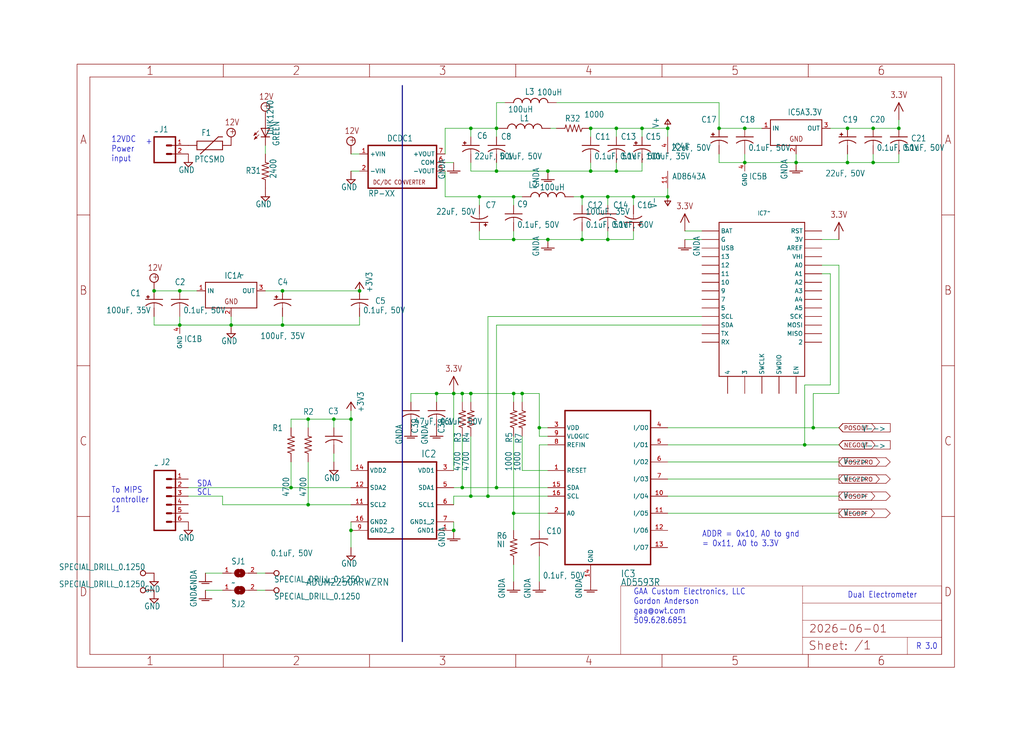
<source format=kicad_sch>
(kicad_sch (version 20231120) (generator "eeschema") (generator_version "8.0")
  (paper "User" 303.86 217.322)
  (junction (at 83.82 96.52))
  (junction (at 162.56 71.12))
  (junction (at 83.82 86.36))
  (junction (at 137.16 116.84))
  (junction (at 187.96 58.42))
  (junction (at 220.98 48.26))
  (junction (at 45.72 86.36))
  (junction (at 129.54 116.84))
  (junction (at 182.88 50.8))
  (junction (at 53.34 96.52))
  (junction (at 139.7 38.1))
  (junction (at 147.32 38.1))
  (junction (at 160.02 127))
  (junction (at 236.22 48.26))
  (junction (at 152.4 71.12))
  (junction (at 134.62 116.84))
  (junction (at 172.72 71.12))
  (junction (at 139.7 147.32))
  (junction (at 91.44 149.86))
  (junction (at 180.34 58.42))
  (junction (at 106.68 86.36))
  (junction (at 175.26 38.1))
  (junction (at 53.34 86.36))
  (junction (at 266.7 38.1))
  (junction (at 104.14 157.48))
  (junction (at 198.12 58.42))
  (junction (at 152.4 58.42))
  (junction (at 137.16 144.78))
  (junction (at 104.14 124.46))
  (junction (at 220.98 38.1))
  (junction (at 147.32 144.78))
  (junction (at 139.7 116.84))
  (junction (at 259.08 38.1))
  (junction (at 162.56 50.8))
  (junction (at 91.44 124.46))
  (junction (at 190.5 38.1))
  (junction (at 238.76 132.08))
  (junction (at 241.3 127))
  (junction (at 144.78 147.32))
  (junction (at 198.12 38.1))
  (junction (at 134.62 157.48))
  (junction (at 154.94 116.84))
  (junction (at 180.34 71.12))
  (junction (at 182.88 38.1))
  (junction (at 213.36 38.1))
  (junction (at 99.06 124.46))
  (junction (at 175.26 50.8))
  (junction (at 142.24 58.42))
  (junction (at 152.4 152.4))
  (junction (at 68.58 96.52))
  (junction (at 251.46 38.1))
  (junction (at 172.72 58.42))
  (junction (at 86.36 144.78))
  (junction (at 259.08 48.26))
  (junction (at 152.4 116.84))
  (junction (at 251.46 48.26))
  (junction (at 147.32 50.8))
  (wire (pts (xy 134.62 157.48) (xy 134.62 154.94)) (stroke (width 0.1524)))
  (wire (pts (xy 246.38 38.1) (xy 251.46 38.1)) (stroke (width 0.1524)))
  (wire (pts (xy 236.22 48.26) (xy 251.46 48.26)) (stroke (width 0.1524)))
  (wire (pts (xy 241.3 127) (xy 248.92 127)) (stroke (width 0.1524)))
  (wire (pts (xy 147.32 96.52) (xy 147.32 144.78)) (stroke (width 0.1524)))
  (wire (pts (xy 104.14 121.92) (xy 104.14 124.46)) (stroke (width 0.1524)))
  (wire (pts (xy 198.12 142.24) (xy 248.92 142.24)) (stroke (width 0.1524)))
  (wire (pts (xy 190.5 38.1) (xy 198.12 38.1)) (stroke (width 0.1524)))
  (wire (pts (xy 147.32 48.26) (xy 147.32 50.8)) (stroke (width 0.1524)))
  (wire (pts (xy 198.12 38.1) (xy 198.12 40.64)) (stroke (width 0.1524)))
  (wire (pts (xy 104.14 157.48) (xy 104.14 154.94)) (stroke (width 0.1524)))
  (wire (pts (xy 220.98 45.72) (xy 220.98 48.26)) (stroke (width 0.1524)))
  (wire (pts (xy 198.12 127) (xy 241.3 127)) (stroke (width 0.1524)))
  (wire (pts (xy 187.96 58.42) (xy 198.12 58.42)) (stroke (width 0.1524)))
  (wire (pts (xy 106.68 93.98) (xy 106.68 96.52)) (stroke (width 0.1524)))
  (wire (pts (xy 243.84 81.28) (xy 246.38 81.28)) (stroke (width 0.1524)))
  (wire (pts (xy 241.3 116.84) (xy 241.3 127)) (stroke (width 0.1524)))
  (wire (pts (xy 129.54 119.38) (xy 129.54 116.84)) (stroke (width 0.1524)))
  (wire (pts (xy 104.14 144.78) (xy 86.36 144.78)) (stroke (width 0.1524)))
  (wire (pts (xy 238.76 132.08) (xy 248.92 132.08)) (stroke (width 0.1524)))
  (wire (pts (xy 137.16 144.78) (xy 134.62 144.78)) (stroke (width 0.1524)))
  (wire (pts (xy 76.2 170.18) (xy 78.74 170.18)) (stroke (width 0.1524)))
  (wire (pts (xy 147.32 38.1) (xy 148.082 38.1)) (stroke (width 0.1524)))
  (wire (pts (xy 104.14 45.72) (xy 106.68 45.72)) (stroke (width 0.1524)))
  (wire (pts (xy 139.7 147.32) (xy 134.62 147.32)) (stroke (width 0.1524)))
  (wire (pts (xy 132.08 45.72) (xy 132.08 38.1)) (stroke (width 0.1524)))
  (wire (pts (xy 60.96 170.18) (xy 66.04 170.18)) (stroke (width 0.1524)))
  (wire (pts (xy 132.08 48.26) (xy 134.62 48.26)) (stroke (width 0.1524)))
  (wire (pts (xy 132.08 58.42) (xy 142.24 58.42)) (stroke (width 0.1524)))
  (wire (pts (xy 175.26 38.1) (xy 182.88 38.1)) (stroke (width 0.1524)))
  (wire (pts (xy 154.94 116.84) (xy 160.02 116.84)) (stroke (width 0.1524)))
  (wire (pts (xy 147.32 40.64) (xy 147.32 38.1)) (stroke (width 0.1524)))
  (wire (pts (xy 187.96 71.12) (xy 187.96 68.58)) (stroke (width 0.1524)))
  (wire (pts (xy 163.322 38.1) (xy 165.1 38.1)) (stroke (width 0.1524)))
  (wire (pts (xy 190.5 40.64) (xy 190.5 38.1)) (stroke (width 0.1524)))
  (wire (pts (xy 134.62 116.84) (xy 134.62 139.7)) (stroke (width 0.1524)))
  (wire (pts (xy 137.16 116.84) (xy 134.62 116.84)) (stroke (width 0.1524)))
  (wire (pts (xy 152.4 116.84) (xy 139.7 116.84)) (stroke (width 0.1524)))
  (wire (pts (xy 162.56 152.4) (xy 152.4 152.4)) (stroke (width 0.1524)))
  (wire (pts (xy 160.02 132.08) (xy 160.02 157.48)) (stroke (width 0.1524)))
  (wire (pts (xy 266.7 38.1) (xy 266.7 35.56)) (stroke (width 0.1524)))
  (wire (pts (xy 66.04 147.32) (xy 66.04 149.86)) (stroke (width 0.1524)))
  (wire (pts (xy 152.4 68.58) (xy 152.4 71.12)) (stroke (width 0.1524)))
  (wire (pts (xy 172.72 71.12) (xy 180.34 71.12)) (stroke (width 0.1524)))
  (wire (pts (xy 142.24 60.96) (xy 142.24 58.42)) (stroke (width 0.1524)))
  (wire (pts (xy 180.34 58.42) (xy 187.96 58.42)) (stroke (width 0.1524)))
  (wire (pts (xy 142.24 71.12) (xy 152.4 71.12)) (stroke (width 0.1524)))
  (wire (pts (xy 104.14 124.46) (xy 104.14 139.7)) (stroke (width 0.1524)))
  (wire (pts (xy 180.34 71.12) (xy 187.96 71.12)) (stroke (width 0.1524)))
  (wire (pts (xy 165.1 30.48) (xy 213.36 30.48)) (stroke (width 0.1524)))
  (wire (pts (xy 78.74 43.18) (xy 78.74 45.72)) (stroke (width 0.1524)))
  (wire (pts (xy 68.58 96.52) (xy 53.34 96.52)) (stroke (width 0.1524)))
  (wire (pts (xy 86.36 127) (xy 86.36 124.46)) (stroke (width 0.1524)))
  (wire (pts (xy 132.08 50.8) (xy 132.08 58.42)) (stroke (width 0.1524)))
  (wire (pts (xy 198.12 132.08) (xy 238.76 132.08)) (stroke (width 0.1524)))
  (wire (pts (xy 259.08 38.1) (xy 266.7 38.1)) (stroke (width 0.1524)))
  (wire (pts (xy 68.58 96.52) (xy 68.58 93.98)) (stroke (width 0.1524)))
  (wire (pts (xy 83.82 86.36) (xy 106.68 86.36)) (stroke (width 0.1524)))
  (wire (pts (xy 266.7 48.26) (xy 266.7 45.72)) (stroke (width 0.1524)))
  (wire (pts (xy 68.58 96.52) (xy 83.82 96.52)) (stroke (width 0.1524)))
  (wire (pts (xy 154.94 139.7) (xy 162.56 139.7)) (stroke (width 0.1524)))
  (wire (pts (xy 137.16 129.54) (xy 137.16 144.78)) (stroke (width 0.1524)))
  (wire (pts (xy 86.36 137.16) (xy 86.36 144.78)) (stroke (width 0.1524)))
  (wire (pts (xy 246.38 81.28) (xy 246.38 114.3)) (stroke (width 0.1524)))
  (wire (pts (xy 259.08 48.26) (xy 266.7 48.26)) (stroke (width 0.1524)))
  (wire (pts (xy 55.88 147.32) (xy 66.04 147.32)) (stroke (width 0.1524)))
  (wire (pts (xy 139.7 38.1) (xy 147.32 38.1)) (stroke (width 0.1524)))
  (wire (pts (xy 104.14 162.56) (xy 104.14 157.48)) (stroke (width 0.1524)))
  (wire (pts (xy 91.44 127) (xy 91.44 124.46)) (stroke (width 0.1524)))
  (wire (pts (xy 91.44 149.86) (xy 66.04 149.86)) (stroke (width 0.1524)))
  (wire (pts (xy 208.28 93.98) (xy 144.78 93.98)) (stroke (width 0.1524)))
  (wire (pts (xy 182.88 48.26) (xy 182.88 50.8)) (stroke (width 0.1524)))
  (wire (pts (xy 45.72 86.36) (xy 53.34 86.36)) (stroke (width 0.1524)))
  (wire (pts (xy 160.02 127) (xy 160.02 129.54)) (stroke (width 0.1524)))
  (wire (pts (xy 160.02 129.54) (xy 162.56 129.54)) (stroke (width 0.1524)))
  (wire (pts (xy 246.38 114.3) (xy 238.76 114.3)) (stroke (width 0.1524)))
  (wire (pts (xy 172.72 60.96) (xy 172.72 58.42)) (stroke (width 0.1524)))
  (wire (pts (xy 208.28 96.52) (xy 147.32 96.52)) (stroke (width 0.1524)))
  (wire (pts (xy 251.46 38.1) (xy 259.08 38.1)) (stroke (width 0.1524)))
  (wire (pts (xy 83.82 93.98) (xy 83.82 96.52)) (stroke (width 0.1524)))
  (wire (pts (xy 160.02 172.72) (xy 160.02 165.1)) (stroke (width 0.1524)))
  (wire (pts (xy 162.56 127) (xy 160.02 127)) (stroke (width 0.1524)))
  (wire (pts (xy 137.16 119.38) (xy 137.16 116.84)) (stroke (width 0.1524)))
  (wire (pts (xy 248.92 71.12) (xy 243.84 71.12)) (stroke (width 0.1524)))
  (wire (pts (xy 162.56 132.08) (xy 160.02 132.08)) (stroke (width 0.1524)))
  (wire (pts (xy 104.14 50.8) (xy 106.68 50.8)) (stroke (width 0.1524)))
  (wire (pts (xy 45.72 93.98) (xy 45.72 96.52)) (stroke (width 0.1524)))
  (wire (pts (xy 83.82 96.52) (xy 106.68 96.52)) (stroke (width 0.1524)))
  (wire (pts (xy 162.56 147.32) (xy 144.78 147.32)) (stroke (width 0.1524)))
  (wire (pts (xy 160.02 116.84) (xy 160.02 127)) (stroke (width 0.1524)))
  (wire (pts (xy 152.4 60.96) (xy 152.4 58.42)) (stroke (width 0.1524)))
  (wire (pts (xy 129.54 116.84) (xy 121.92 116.84)) (stroke (width 0.1524)))
  (wire (pts (xy 134.62 147.32) (xy 134.62 149.86)) (stroke (width 0.1524)))
  (wire (pts (xy 251.46 48.26) (xy 259.08 48.26)) (stroke (width 0.1524)))
  (wire (pts (xy 154.94 129.54) (xy 154.94 139.7)) (stroke (width 0.1524)))
  (wire (pts (xy 152.4 172.72) (xy 152.4 167.64)) (stroke (width 0.1524)))
  (wire (pts (xy 78.74 86.36) (xy 83.82 86.36)) (stroke (width 0.1524)))
  (wire (pts (xy 53.34 96.52) (xy 45.72 96.52)) (stroke (width 0.1524)))
  (wire (pts (xy 53.34 86.36) (xy 58.42 86.36)) (stroke (width 0.1524)))
  (wire (pts (xy 142.24 58.42) (xy 152.4 58.42)) (stroke (width 0.1524)))
  (wire (pts (xy 213.36 45.72) (xy 213.36 48.26)) (stroke (width 0.1524)))
  (wire (pts (xy 220.98 38.1) (xy 226.06 38.1)) (stroke (width 0.1524)))
  (wire (pts (xy 182.88 50.8) (xy 190.5 50.8)) (stroke (width 0.1524)))
  (wire (pts (xy 154.94 119.38) (xy 154.94 116.84)) (stroke (width 0.1524)))
  (wire (pts (xy 139.7 129.54) (xy 139.7 147.32)) (stroke (width 0.1524)))
  (wire (pts (xy 213.36 30.48) (xy 213.36 38.1)) (stroke (width 0.1524)))
  (wire (pts (xy 251.46 45.72) (xy 251.46 48.26)) (stroke (width 0.1524)))
  (wire (pts (xy 76.2 175.26) (xy 78.74 175.26)) (stroke (width 0.1524)))
  (wire (pts (xy 175.26 48.26) (xy 175.26 50.8)) (stroke (width 0.1524)))
  (wire (pts (xy 170.18 58.42) (xy 172.72 58.42)) (stroke (width 0.1524)))
  (wire (pts (xy 99.06 127) (xy 99.06 124.46)) (stroke (width 0.1524)))
  (wire (pts (xy 248.92 137.16) (xy 198.12 137.16)) (stroke (width 0.1524)))
  (wire (pts (xy 198.12 58.42) (xy 198.12 55.88)) (stroke (width 0.1524)))
  (wire (pts (xy 139.7 40.64) (xy 139.7 38.1)) (stroke (width 0.1524)))
  (wire (pts (xy 139.7 119.38) (xy 139.7 116.84)) (stroke (width 0.1524)))
  (wire (pts (xy 152.4 116.84) (xy 152.4 119.38)) (stroke (width 0.1524)))
  (wire (pts (xy 198.12 147.32) (xy 248.92 147.32)) (stroke (width 0.1524)))
  (wire (pts (xy 190.5 50.8) (xy 190.5 48.26)) (stroke (width 0.1524)))
  (wire (pts (xy 236.22 48.26) (xy 236.22 45.72)) (stroke (width 0.1524)))
  (wire (pts (xy 147.32 144.78) (xy 137.16 144.78)) (stroke (width 0.1524)))
  (wire (pts (xy 162.56 50.8) (xy 175.26 50.8)) (stroke (width 0.1524)))
  (wire (pts (xy 91.44 124.46) (xy 99.06 124.46)) (stroke (width 0.1524)))
  (wire (pts (xy 91.44 137.16) (xy 91.44 149.86)) (stroke (width 0.1524)))
  (wire (pts (xy 238.76 114.3) (xy 238.76 132.08)) (stroke (width 0.1524)))
  (wire (pts (xy 180.34 60.96) (xy 180.34 58.42)) (stroke (width 0.1524)))
  (wire (pts (xy 134.62 116.84) (xy 129.54 116.84)) (stroke (width 0.1524)))
  (wire (pts (xy 203.2 71.12) (xy 208.28 71.12)) (stroke (width 0.1524)))
  (wire (pts (xy 144.78 147.32) (xy 139.7 147.32)) (stroke (width 0.1524)))
  (wire (pts (xy 104.14 149.86) (xy 91.44 149.86)) (stroke (width 0.1524)))
  (wire (pts (xy 248.92 78.74) (xy 248.92 116.84)) (stroke (width 0.1524)))
  (wire (pts (xy 99.06 124.46) (xy 104.14 124.46)) (stroke (width 0.1524)))
  (wire (pts (xy 187.96 60.96) (xy 187.96 58.42)) (stroke (width 0.1524)))
  (wire (pts (xy 259.08 45.72) (xy 259.08 48.26)) (stroke (width 0.1524)))
  (wire (pts (xy 53.34 93.98) (xy 53.34 96.52)) (stroke (width 0.1524)))
  (wire (pts (xy 162.56 144.78) (xy 147.32 144.78)) (stroke (width 0.1524)))
  (wire (pts (xy 139.7 50.8) (xy 147.32 50.8)) (stroke (width 0.1524)))
  (wire (pts (xy 213.36 38.1) (xy 220.98 38.1)) (stroke (width 0.1524)))
  (wire (pts (xy 154.94 116.84) (xy 152.4 116.84)) (stroke (width 0.1524)))
  (wire (pts (xy 172.72 58.42) (xy 180.34 58.42)) (stroke (width 0.1524)))
  (wire (pts (xy 243.84 78.74) (xy 248.92 78.74)) (stroke (width 0.1524)))
  (wire (pts (xy 139.7 116.84) (xy 137.16 116.84)) (stroke (width 0.1524)))
  (wire (pts (xy 60.96 175.26) (xy 66.04 175.26)) (stroke (width 0.1524)))
  (wire (pts (xy 86.36 124.46) (xy 91.44 124.46)) (stroke (width 0.1524)))
  (wire (pts (xy 172.72 68.58) (xy 172.72 71.12)) (stroke (width 0.1524)))
  (wire (pts (xy 147.32 38.1) (xy 147.32 30.48)) (stroke (width 0.1524)))
  (wire (pts (xy 175.26 40.64) (xy 175.26 38.1)) (stroke (width 0.1524)))
  (wire (pts (xy 236.22 48.26) (xy 220.98 48.26)) (stroke (width 0.1524)))
  (wire (pts (xy 182.88 38.1) (xy 190.5 38.1)) (stroke (width 0.1524)))
  (wire (pts (xy 152.4 157.48) (xy 152.4 152.4)) (stroke (width 0.1524)))
  (wire (pts (xy 142.24 68.58) (xy 142.24 71.12)) (stroke (width 0.1524)))
  (bus (pts (xy 119.38 25.4) (xy 119.38 190.5)) (stroke (width 0.3048)))
  (wire (pts (xy 203.2 68.58) (xy 208.28 68.58)) (stroke (width 0.1524)))
  (wire (pts (xy 86.36 144.78) (xy 55.88 144.78)) (stroke (width 0.1524)))
  (wire (pts (xy 147.32 50.8) (xy 162.56 50.8)) (stroke (width 0.1524)))
  (wire (pts (xy 152.4 71.12) (xy 162.56 71.12)) (stroke (width 0.1524)))
  (wire (pts (xy 248.92 116.84) (xy 241.3 116.84)) (stroke (width 0.1524)))
  (wire (pts (xy 220.98 48.26) (xy 213.36 48.26)) (stroke (width 0.1524)))
  (wire (pts (xy 162.56 71.12) (xy 172.72 71.12)) (stroke (width 0.1524)))
  (wire (pts (xy 182.88 40.64) (xy 182.88 38.1)) (stroke (width 0.1524)))
  (wire (pts (xy 99.06 134.62) (xy 99.06 137.16)) (stroke (width 0.1524)))
  (wire (pts (xy 175.26 50.8) (xy 182.88 50.8)) (stroke (width 0.1524)))
  (wire (pts (xy 147.32 30.48) (xy 149.86 30.48)) (stroke (width 0.1524)))
  (wire (pts (xy 152.4 152.4) (xy 152.4 129.54)) (stroke (width 0.1524)))
  (wire (pts (xy 121.92 116.84) (xy 121.92 119.38)) (stroke (width 0.1524)))
  (wire (pts (xy 132.08 38.1) (xy 139.7 38.1)) (stroke (width 0.1524)))
  (wire (pts (xy 139.7 48.26) (xy 139.7 50.8)) (stroke (width 0.1524)))
  (wire (pts (xy 180.34 68.58) (xy 180.34 71.12)) (stroke (width 0.1524)))
  (wire (pts (xy 198.12 152.4) (xy 248.92 152.4)) (stroke (width 0.1524)))
  (wire (pts (xy 144.78 93.98) (xy 144.78 147.32)) (stroke (width 0.1524)))
  (wire (pts (xy 152.4 58.42) (xy 154.94 58.42)) (stroke (width 0.1524)))
  (text "R 3.0" (at 271.78 193.04 0) (effects (font (size 1.778 1.5113)) (justify left bottom)))
  (text "SDA" (at 58.42 144.78 0) (effects (font (size 1.778 1.5113)) (justify left bottom)))
  (text "To MIPS\ncontroller\nJ1" (at 33.02 152.4 0) (effects (font (size 1.778 1.5113)) (justify left bottom)))
  (text "SCL" (at 58.42 147.32 0) (effects (font (size 1.778 1.5113)) (justify left bottom)))
  (text "12VDC\nPower\ninput" (at 33.02 48.26 0) (effects (font (size 1.778 1.5113)) (justify left bottom)))
  (text "+" (at 43.18 43.18 0) (effects (font (size 1.778 1.5113)) (justify left bottom)))
  (text "GAA Custom Electronics, LLC\nGordon Anderson\ngaa@owt.com\n509.628.6851" (at 187.96 185.42 0) (effects (font (size 1.778 1.5113)) (justify left bottom)))
  (text "Dual Electrometer" (at 251.46 177.8 0) (effects (font (size 1.778 1.5113)) (justify left bottom)))
  (text "ADDR = 0x10, A0 to gnd\n= 0x11, A0 to 3.3V" (at 208.28 162.56 0) (effects (font (size 1.778 1.5113)) (justify left bottom)))
  (global_label "POSOFF" (shape bidirectional) (at 248.92 147.32 0) (effects (font (size 1.2446 1.2446))) (property "Intersheetrefs" "${INTERSHEET_REFS}" (effects (hide yes))))
  (global_label "NEGOUT" (shape bidirectional) (at 248.92 132.08 0) (effects (font (size 1.2446 1.2446))) (property "Intersheetrefs" "${INTERSHEET_REFS}" (effects (hide yes))))
  (global_label "POSOUT" (shape bidirectional) (at 248.92 127 0) (effects (font (size 1.2446 1.2446))) (property "Intersheetrefs" "${INTERSHEET_REFS}" (effects (hide yes))))
  (global_label "NEGZERO" (shape bidirectional) (at 248.92 142.24 0) (effects (font (size 1.2446 1.2446))) (property "Intersheetrefs" "${INTERSHEET_REFS}" (effects (hide yes))))
  (global_label "NEGOFF" (shape bidirectional) (at 248.92 152.4 0) (effects (font (size 1.2446 1.2446))) (property "Intersheetrefs" "${INTERSHEET_REFS}" (effects (hide yes))))
  (global_label "POSZERO" (shape bidirectional) (at 248.92 137.16 0) (effects (font (size 1.2446 1.2446))) (property "Intersheetrefs" "${INTERSHEET_REFS}" (effects (hide yes))))
  (symbol (lib_id "OpenDMS_DualElectrometer_lib:12V") (at 68.58 43.18 0) (unit 1)
    (property "Reference" "#SUPPLY020" (effects (hide yes)))
    (property "Value" "12V" (effects (hide yes)))
  )
  (symbol (lib_id "OpenDMS_DualElectrometer_lib:GNDA") (at 134.62 50.8 0) (unit 1)
    (property "Reference" "#GND023" (effects (hide yes)))
    (property "Value" "GNDA" (at 132.08 53.34 90) (effects (font (size 1.778 1.5113)) (justify left bottom)))
  )
  (symbol (lib_id "OpenDMS_DualElectrometer_lib:SPECIAL_DRILL_0.1250") (at 81.28 175.26 0) (unit 1)
    (property "Reference" "H4" (effects (hide yes)))
    (property "Value" "SPECIAL_DRILL_0.1250" (at 81.28 178.054 0) (effects (font (size 1.778 1.5113)) (justify left bottom)))
    (property "Footprint" "OpenDMS_Electrometer:PAD_0.1250" (effects (hide yes)))
  )
  (symbol (lib_id "OpenDMS_DualElectrometer_lib:GND") (at 99.06 139.7 0) (mirror y) (unit 1)
    (property "Reference" "#SUPPLY023" (effects (hide yes)))
    (property "Value" "GND" (at 100.965 142.875 0) (effects (font (size 1.778 1.5113)) (justify left bottom)))
  )
  (symbol (lib_id "OpenDMS_DualElectrometer_lib:rcl_C-USC0805") (at 172.72 63.5 0) (unit 1)
    (property "Reference" "C12" (at 174.244 61.849 0) (effects (font (size 1.778 1.5113)) (justify left bottom)))
    (property "Value" "0.1uF, 50V" (at 173.736 67.691 0) (effects (font (size 1.778 1.5113)) (justify left bottom)))
    (property "Footprint" "OpenDMS_Electrometer:C0805" (effects (hide yes)))
  )
  (symbol (lib_id "OpenDMS_DualElectrometer_lib:SJ") (at 71.12 170.18 0) (unit 1)
    (property "Reference" "SJ1" (at 68.58 167.64 0) (effects (font (size 1.778 1.5113)) (justify left bottom)))
    (property "Value" "~" (at 68.58 173.99 0) (effects (font (size 1.778 1.5113)) (justify left bottom)))
    (property "Footprint" "OpenDMS_Electrometer:SJ_252" (effects (hide yes)))
  )
  (symbol (lib_id "OpenDMS_DualElectrometer_lib:SPARKFUN_M02POLAR") (at 48.26 43.18 0) (mirror x) (unit 1)
    (property "Reference" "J1" (at 50.038 39.37 0) (effects (font (size 1.778 1.5113)) (justify right top)))
    (property "Value" "~" (at 45.72 38.1 0) (effects (font (size 1.778 1.5113)) (justify left bottom)))
    (property "Footprint" "OpenDMS_Electrometer:SPARKFUN_MOLEX-1X2" (effects (hide yes)))
  )
  (symbol (lib_id "OpenDMS_DualElectrometer_lib:L-USL3216C") (at 155.702 38.1 90) (unit 1)
    (property "Reference" "L1" (at 154.178 36.068 90) (effects (font (size 1.778 1.5113)) (justify right top)))
    (property "Value" "100uH" (at 158.242 31.496 90) (effects (font (size 1.778 1.5113)) (justify left bottom)))
    (property "Footprint" "OpenDMS_Electrometer:L3216C" (effects (hide yes)))
  )
  (symbol (lib_id "OpenDMS_DualElectrometer_lib:12V") (at 45.72 86.36 0) (unit 1)
    (property "Reference" "#SUPPLY021" (effects (hide yes)))
    (property "Value" "12V" (effects (hide yes)))
  )
  (symbol (lib_id "OpenDMS_DualElectrometer_lib:SJ") (at 71.12 175.26 0) (unit 1)
    (property "Reference" "SJ2" (at 68.58 180.34 0) (effects (font (size 1.778 1.5113)) (justify left bottom)))
    (property "Value" "~" (at 68.58 179.07 0) (effects (font (size 1.778 1.5113)) (justify left bottom)))
    (property "Footprint" "OpenDMS_Electrometer:SJ_252" (effects (hide yes)))
  )
  (symbol (lib_id "OpenDMS_DualElectrometer_lib:L-USL3216C") (at 157.48 30.48 90) (unit 1)
    (property "Reference" "L3" (at 155.702 28.194 90) (effects (font (size 1.778 1.5113)) (justify right top)))
    (property "Value" "100uH" (at 166.878 26.416 90) (effects (font (size 1.778 1.5113)) (justify left bottom)))
    (property "Footprint" "OpenDMS_Electrometer:L3216C" (effects (hide yes)))
  )
  (symbol (lib_id "OpenDMS_DualElectrometer_lib:GND") (at 45.72 177.8 0) (mirror y) (unit 1)
    (property "Reference" "#SUPPLY030" (effects (hide yes)))
    (property "Value" "GND" (at 47.625 180.975 0) (effects (font (size 1.778 1.5113)) (justify left bottom)))
  )
  (symbol (lib_id "OpenDMS_DualElectrometer_lib:rcl_C-USC1206") (at 53.34 88.9 0) (unit 1)
    (property "Reference" "C2" (at 51.816 84.709 0) (effects (font (size 1.778 1.5113)) (justify left bottom)))
    (property "Value" "0.1uF, 50V" (at 54.356 93.091 0) (effects (font (size 1.778 1.5113)) (justify left bottom)))
    (property "Footprint" "OpenDMS_Electrometer:C1206" (effects (hide yes)))
  )
  (symbol (lib_id "OpenDMS_DualElectrometer_lib:V--{gt}") (at 248.92 142.24 0) (unit 1)
    (property "Reference" "#SUPPLY16" (effects (hide yes)))
    (property "Value" "V--{gt}" (at 250.19 143.002 0) (effects (font (size 1.778 1.5113)) (justify left bottom)))
  )
  (symbol (lib_id "OpenDMS_DualElectrometer_lib:rcl_C-USC0805") (at 175.26 43.18 0) (unit 1)
    (property "Reference" "C11" (at 176.53 41.529 0) (effects (font (size 1.778 1.5113)) (justify left bottom)))
    (property "Value" "0.1uF, 50V" (at 176.276 47.371 0) (effects (font (size 1.778 1.5113)) (justify left bottom)))
    (property "Footprint" "OpenDMS_Electrometer:C0805" (effects (hide yes)))
  )
  (symbol (lib_id "OpenDMS_DualElectrometer_lib:LT1129CST5") (at 68.58 88.9 0) (unit 1)
    (property "Reference" "IC1" (at 66.548 82.804 0) (effects (font (size 1.778 1.5113)) (justify left bottom)))
    (property "Value" "~" (at 71.12 82.55 0) (effects (font (size 1.778 1.5113)) (justify left bottom)))
    (property "Footprint" "OpenDMS_Electrometer:SOT223" (effects (hide yes)))
  )
  (symbol (lib_id "OpenDMS_DualElectrometer_lib:GNDA") (at 162.56 73.66 0) (unit 1)
    (property "Reference" "#GND022" (effects (hide yes)))
    (property "Value" "GNDA" (at 160.02 76.2 90) (effects (font (size 1.778 1.5113)) (justify left bottom)))
  )
  (symbol (lib_id "OpenDMS_DualElectrometer_lib:V--{gt}") (at 248.92 147.32 0) (unit 1)
    (property "Reference" "#SUPPLY17" (effects (hide yes)))
    (property "Value" "V--{gt}" (at 250.19 148.082 0) (effects (font (size 1.778 1.5113)) (justify left bottom)))
  )
  (symbol (lib_id "OpenDMS_DualElectrometer_lib:GAAextensions_CPOL-US153CLV-0605") (at 142.24 66.04 180) (unit 1)
    (property "Reference" "C7" (at 144.018 61.849 0) (effects (font (size 1.778 1.5113)) (justify right top)))
    (property "Value" "22uF, 50V" (at 141.224 61.849 0) (effects (font (size 1.778 1.5113)) (justify left bottom)))
    (property "Footprint" "OpenDMS_Electrometer:153CLV-0605" (effects (hide yes)))
  )
  (symbol (lib_id "OpenDMS_DualElectrometer_lib:GNDA") (at 236.22 50.8 0) (unit 1)
    (property "Reference" "#GND018" (effects (hide yes)))
    (property "Value" "GNDA" (at 233.68 53.34 90) (effects (font (size 1.778 1.5113)) (justify left bottom)))
  )
  (symbol (lib_id "OpenDMS_DualElectrometer_lib:AD5593R") (at 180.34 144.78 0) (unit 1)
    (property "Reference" "IC3" (at 184.15 171.45 0) (effects (font (size 2.032 1.7272)) (justify left bottom)))
    (property "Value" "AD5593R" (at 184.15 173.99 0) (effects (font (size 2.032 1.7272)) (justify left bottom)))
    (property "Footprint" "OpenDMS_Electrometer:TSSOP16" (effects (hide yes)))
  )
  (symbol (lib_id "OpenDMS_DualElectrometer_lib:GNDA") (at 129.54 129.54 0) (unit 1)
    (property "Reference" "#GND032" (effects (hide yes)))
    (property "Value" "GNDA" (at 127 132.08 90) (effects (font (size 1.778 1.5113)) (justify left bottom)))
  )
  (symbol (lib_id "OpenDMS_DualElectrometer_lib:R-US_R1206") (at 137.16 124.46 90) (unit 1)
    (property "Reference" "R3" (at 134.8486 128.27 0) (effects (font (size 1.778 1.5113)) (justify right top)))
    (property "Value" "4700" (at 136.652 139.954 0) (effects (font (size 1.778 1.5113)) (justify left bottom)))
    (property "Footprint" "OpenDMS_Electrometer:R1206" (effects (hide yes)))
  )
  (symbol (lib_id "OpenDMS_DualElectrometer_lib:V--{gt}") (at 264.16 132.08 180) (unit 1)
    (property "Reference" "#SUPPLY14" (effects (hide yes)))
    (property "Value" "V--{gt}" (at 262.89 131.318 0) (effects (font (size 1.778 1.5113)) (justify left bottom)))
  )
  (symbol (lib_id "OpenDMS_DualElectrometer_lib:3.3V") (at 266.7 35.56 0) (unit 1)
    (property "Reference" "#SUPPLY09" (effects (hide yes)))
    (property "Value" "3.3V" (effects (hide yes)))
  )
  (symbol (lib_id "OpenDMS_DualElectrometer_lib:LT1129CST5") (at 220.98 50.8 180) (unit 2)
    (property "Reference" "IC5" (at 222.25 53.34 0) (effects (font (size 1.778 1.5113)) (justify right top)))
    (property "Value" "3.3V" (effects (hide yes)))
    (property "Footprint" "OpenDMS_Electrometer:SOT223" (effects (hide yes)))
  )
  (symbol (lib_id "OpenDMS_DualElectrometer_lib:rcl_C-USC1206") (at 99.06 129.54 0) (unit 1)
    (property "Reference" "C3" (at 97.282 123.063 0) (effects (font (size 1.778 1.5113)) (justify left bottom)))
    (property "Value" "0.1uF, 50V" (at 80.264 165.227 0) (effects (font (size 1.778 1.5113)) (justify left bottom)))
    (property "Footprint" "OpenDMS_Electrometer:C1206" (effects (hide yes)))
  )
  (symbol (lib_id "OpenDMS_DualElectrometer_lib:rcl_C-USC1206") (at 220.98 40.64 0) (unit 1)
    (property "Reference" "C18" (at 219.456 36.449 0) (effects (font (size 1.778 1.5113)) (justify left bottom)))
    (property "Value" "0.1uF, 50V" (at 221.996 44.831 0) (effects (font (size 1.778 1.5113)) (justify left bottom)))
    (property "Footprint" "OpenDMS_Electrometer:C1206" (effects (hide yes)))
  )
  (symbol (lib_id "OpenDMS_DualElectrometer_lib:R-US_R1206") (at 152.4 162.56 90) (unit 1)
    (property "Reference" "R6" (at 147.32 160.0454 90) (effects (font (size 1.778 1.5113)) (justify right top)))
    (property "Value" "NI" (at 147.32 162.56 90) (effects (font (size 1.778 1.5113)) (justify right top)))
    (property "Footprint" "OpenDMS_Electrometer:R1206" (effects (hide yes)))
  )
  (symbol (lib_id "OpenDMS_DualElectrometer_lib:rcl_C-USC1206") (at 106.68 88.9 0) (unit 1)
    (property "Reference" "C5" (at 111.252 90.297 0) (effects (font (size 1.778 1.5113)) (justify left bottom)))
    (property "Value" "0.1uF, 50V" (at 107.696 93.091 0) (effects (font (size 1.778 1.5113)) (justify left bottom)))
    (property "Footprint" "OpenDMS_Electrometer:C1206" (effects (hide yes)))
  )
  (symbol (lib_id "OpenDMS_DualElectrometer_lib:A4L-LOC") (at 22.86 198.12 0) (unit 1)
    (property "Reference" "#FRAME2" (effects (hide yes)))
    (property "Value" "A4L-LOC" (effects (hide yes)))
  )
  (symbol (lib_id "OpenDMS_DualElectrometer_lib:R-US_R0805") (at 78.74 50.8 90) (unit 1)
    (property "Reference" "R31" (at 72.8472 51.6382 90) (effects (font (size 1.778 1.5113)) (justify right top)))
    (property "Value" "2400" (at 82.042 53.086 0) (effects (font (size 1.778 1.5113)) (justify left bottom)))
    (property "Footprint" "OpenDMS_Electrometer:R0805" (effects (hide yes)))
  )
  (symbol (lib_id "OpenDMS_DualElectrometer_lib:GAAextensions_CPOL-US153CLV-0605") (at 190.5 43.18 0) (unit 1)
    (property "Reference" "C15" (at 191.516 41.529 0) (effects (font (size 1.778 1.5113)) (justify left bottom)))
    (property "Value" "100uF, 35V" (at 191.516 47.371 0) (effects (font (size 1.778 1.5113)) (justify left bottom)))
    (property "Footprint" "OpenDMS_Electrometer:153CLV-0605" (effects (hide yes)))
  )
  (symbol (lib_id "OpenDMS_DualElectrometer_lib:V--{gt}") (at 248.92 137.16 0) (unit 1)
    (property "Reference" "#SUPPLY15" (effects (hide yes)))
    (property "Value" "V--{gt}" (at 250.19 137.922 0) (effects (font (size 1.778 1.5113)) (justify left bottom)))
  )
  (symbol (lib_id "OpenDMS_DualElectrometer_lib:R-US_R1206") (at 154.94 124.46 270) (unit 1)
    (property "Reference" "R7" (at 152.8826 128.524 0) (effects (font (size 1.778 1.5113)) (justify left bottom)))
    (property "Value" "1000" (at 151.892 139.954 0) (effects (font (size 1.778 1.5113)) (justify right top)))
    (property "Footprint" "OpenDMS_Electrometer:R1206" (effects (hide yes)))
  )
  (symbol (lib_id "OpenDMS_DualElectrometer_lib:CPOL-US153CLV-0605") (at 251.46 40.64 0) (unit 1)
    (property "Reference" "C19" (at 249.936 36.449 0) (effects (font (size 1.778 1.5113)) (justify left bottom)))
    (property "Value" "22uF, 50V" (at 244.856 52.451 0) (effects (font (size 1.778 1.5113)) (justify left bottom)))
    (property "Footprint" "OpenDMS_Electrometer:153CLV-0605" (effects (hide yes)))
  )
  (symbol (lib_id "OpenDMS_DualElectrometer_lib:rcl_C-USC1206") (at 160.02 160.02 0) (unit 1)
    (property "Reference" "C10" (at 162.052 158.623 0) (effects (font (size 1.778 1.5113)) (justify left bottom)))
    (property "Value" "0.1uF, 50V" (at 161.036 171.831 0) (effects (font (size 1.778 1.5113)) (justify left bottom)))
    (property "Footprint" "OpenDMS_Electrometer:C1206" (effects (hide yes)))
  )
  (symbol (lib_id "OpenDMS_DualElectrometer_lib:12V") (at 104.14 45.72 0) (unit 1)
    (property "Reference" "#SUPPLY011" (effects (hide yes)))
    (property "Value" "12V" (effects (hide yes)))
  )
  (symbol (lib_id "OpenDMS_DualElectrometer_lib:rcl_C-USC1206") (at 266.7 40.64 0) (unit 1)
    (property "Reference" "C21" (at 270.256 42.037 0) (effects (font (size 1.778 1.5113)) (justify left bottom)))
    (property "Value" "0.1uF, 50V" (at 267.716 44.831 0) (effects (font (size 1.778 1.5113)) (justify left bottom)))
    (property "Footprint" "OpenDMS_Electrometer:C1206" (effects (hide yes)))
  )
  (symbol (lib_id "OpenDMS_DualElectrometer_lib:3.3V") (at 248.92 71.12 0) (mirror y) (unit 1)
    (property "Reference" "#SUPPLY012" (effects (hide yes)))
    (property "Value" "3.3V" (effects (hide yes)))
  )
  (symbol (lib_id "OpenDMS_DualElectrometer_lib:GNDA") (at 203.2 73.66 0) (mirror y) (unit 1)
    (property "Reference" "#GND026" (effects (hide yes)))
    (property "Value" "GNDA" (at 205.74 76.2 90) (effects (font (size 1.778 1.5113)) (justify left bottom)))
  )
  (symbol (lib_id "OpenDMS_DualElectrometer_lib:GND") (at 45.72 172.72 0) (mirror y) (unit 1)
    (property "Reference" "#SUPPLY05" (effects (hide yes)))
    (property "Value" "GND" (at 47.625 175.895 0) (effects (font (size 1.778 1.5113)) (justify left bottom)))
  )
  (symbol (lib_id "OpenDMS_DualElectrometer_lib:GNDA") (at 160.02 175.26 0) (unit 1)
    (property "Reference" "#GND024" (effects (hide yes)))
    (property "Value" "GNDA" (at 157.48 177.8 90) (effects (font (size 1.778 1.5113)) (justify left bottom)))
  )
  (symbol (lib_id "OpenDMS_DualElectrometer_lib:L-USL3216C") (at 162.56 58.42 90) (unit 1)
    (property "Reference" "L2" (at 156.718 55.88 90) (effects (font (size 1.778 1.5113)) (justify right top)))
    (property "Value" "100uH" (at 167.64 54.61 90) (effects (font (size 1.778 1.5113)) (justify left bottom)))
    (property "Footprint" "OpenDMS_Electrometer:L3216C" (effects (hide yes)))
  )
  (symbol (lib_id "OpenDMS_DualElectrometer_lib:GNDA") (at 162.56 53.34 0) (unit 1)
    (property "Reference" "#GND021" (effects (hide yes)))
    (property "Value" "GNDA" (at 160.02 55.88 90) (effects (font (size 1.778 1.5113)) (justify left bottom)))
  )
  (symbol (lib_id "OpenDMS_DualElectrometer_lib:3.3V") (at 203.2 68.58 0) (mirror y) (unit 1)
    (property "Reference" "#SUPPLY028" (effects (hide yes)))
    (property "Value" "3.3V" (effects (hide yes)))
  )
  (symbol (lib_id "OpenDMS_DualElectrometer_lib:rcl_C-USC0805") (at 152.4 63.5 0) (unit 1)
    (property "Reference" "C9" (at 153.416 61.595 0) (effects (font (size 1.778 1.5113)) (justify left bottom)))
    (property "Value" "0.1uF, 50V" (at 153.416 67.691 0) (effects (font (size 1.778 1.5113)) (justify left bottom)))
    (property "Footprint" "OpenDMS_Electrometer:C0805" (effects (hide yes)))
  )
  (symbol (lib_id "OpenDMS_DualElectrometer_lib:rcl_C-USC0805") (at 182.88 43.18 0) (unit 1)
    (property "Reference" "C13" (at 184.15 41.529 0) (effects (font (size 1.778 1.5113)) (justify left bottom)))
    (property "Value" "0.1uF, 50V" (at 183.896 47.371 0) (effects (font (size 1.778 1.5113)) (justify left bottom)))
    (property "Footprint" "OpenDMS_Electrometer:C0805" (effects (hide yes)))
  )
  (symbol (lib_id "OpenDMS_DualElectrometer_lib:GND") (at 55.88 48.26 0) (mirror y) (unit 1)
    (property "Reference" "#SUPPLY019" (effects (hide yes)))
    (property "Value" "GND" (at 57.785 51.435 0) (effects (font (size 1.778 1.5113)) (justify left bottom)))
  )
  (symbol (lib_id "OpenDMS_DualElectrometer_lib:GAAextensions_CPOL-US153CLV-0605") (at 187.96 66.04 180) (unit 1)
    (property "Reference" "C16" (at 188.976 61.849 0) (effects (font (size 1.778 1.5113)) (justify right top)))
    (property "Value" "100uF, 35V" (at 186.944 61.849 0) (effects (font (size 1.778 1.5113)) (justify left bottom)))
    (property "Footprint" "OpenDMS_Electrometer:153CLV-0605" (effects (hide yes)))
  )
  (symbol (lib_id "OpenDMS_DualElectrometer_lib:V-") (at 198.12 60.96 0) (unit 1)
    (property "Reference" "#P-03" (effects (hide yes)))
    (property "Value" "V-" (at 193.04 58.42 90) (effects (font (size 1.778 1.5113)) (justify right top)))
  )
  (symbol (lib_id "OpenDMS_DualElectrometer_lib:SPECIAL_DRILL_0.1250") (at 43.18 170.18 180) (unit 1)
    (property "Reference" "H1" (effects (hide yes)))
    (property "Value" "SPECIAL_DRILL_0.1250" (at 43.18 167.386 0) (effects (font (size 1.778 1.5113)) (justify left bottom)))
    (property "Footprint" "OpenDMS_Electrometer:PAD_0.1250" (effects (hide yes)))
  )
  (symbol (lib_id "OpenDMS_DualElectrometer_lib:GND") (at 78.74 58.42 0) (mirror y) (unit 1)
    (property "Reference" "#SUPPLY026" (effects (hide yes)))
    (property "Value" "GND" (at 80.645 61.595 0) (effects (font (size 1.778 1.5113)) (justify left bottom)))
  )
  (symbol (lib_id "OpenDMS_DualElectrometer_lib:GND") (at 104.14 165.1 0) (mirror y) (unit 1)
    (property "Reference" "#SUPPLY024" (effects (hide yes)))
    (property "Value" "GND" (at 106.045 168.275 0) (effects (font (size 1.778 1.5113)) (justify left bottom)))
  )
  (symbol (lib_id "OpenDMS_DualElectrometer_lib:R-US_R1206") (at 86.36 132.08 90) (unit 1)
    (property "Reference" "R1" (at 80.772 128.0414 90) (effects (font (size 1.778 1.5113)) (justify right top)))
    (property "Value" "4700" (at 85.852 147.574 0) (effects (font (size 1.778 1.5113)) (justify left bottom)))
    (property "Footprint" "OpenDMS_Electrometer:R1206" (effects (hide yes)))
  )
  (symbol (lib_id "OpenDMS_DualElectrometer_lib:rcl_C-USC0805") (at 129.54 121.92 0) (unit 1)
    (property "Reference" "C38" (at 131.953 128.778 90) (effects (font (size 1.778 1.5113)) (justify left bottom)))
    (property "Value" "0.1uF, 50V" (at 130.556 126.111 0) (effects (font (size 1.778 1.5113)) (justify left bottom)))
    (property "Footprint" "OpenDMS_Electrometer:C0805" (effects (hide yes)))
  )
  (symbol (lib_id "OpenDMS_DualElectrometer_lib:GNDA") (at 121.92 129.54 0) (unit 1)
    (property "Reference" "#GND033" (effects (hide yes)))
    (property "Value" "GNDA" (at 119.38 132.08 90) (effects (font (size 1.778 1.5113)) (justify left bottom)))
  )
  (symbol (lib_id "OpenDMS_DualElectrometer_lib:CPOL-US153CLV-0605") (at 83.82 88.9 0) (unit 1)
    (property "Reference" "C4" (at 82.296 84.709 0) (effects (font (size 1.778 1.5113)) (justify left bottom)))
    (property "Value" "100uF, 35V" (at 77.216 100.711 0) (effects (font (size 1.778 1.5113)) (justify left bottom)))
    (property "Footprint" "OpenDMS_Electrometer:153CLV-0605" (effects (hide yes)))
  )
  (symbol (lib_id "OpenDMS_DualElectrometer_lib:+3V3") (at 106.68 83.82 0) (unit 1)
    (property "Reference" "#+3V01" (effects (hide yes)))
    (property "Value" "+3V3" (at 108.585 80.645 90) (effects (font (size 1.778 1.5113)) (justify right top)))
  )
  (symbol (lib_id "OpenDMS_DualElectrometer_lib:ITSYBITSY") (at 226.06 88.9 0) (mirror y) (unit 1)
    (property "Reference" "IC7" (at 227.584 64.008 0) (effects (font (size 1.27 1.0795)) (justify left bottom)))
    (property "Value" "~" (at 228.6 63.5 0) (effects (font (size 1.27 1.0795)) (justify left bottom)))
    (property "Footprint" "OpenDMS_Electrometer:ITSYBITSY" (effects (hide yes)))
  )
  (symbol (lib_id "OpenDMS_DualElectrometer_lib:rcl_C-USC1206") (at 259.08 40.64 0) (unit 1)
    (property "Reference" "C20" (at 258.064 36.449 0) (effects (font (size 1.778 1.5113)) (justify left bottom)))
    (property "Value" "0.1uF, 50V" (at 260.096 44.831 0) (effects (font (size 1.778 1.5113)) (justify left bottom)))
    (property "Footprint" "OpenDMS_Electrometer:C1206" (effects (hide yes)))
  )
  (symbol (lib_id "OpenDMS_DualElectrometer_lib:GNDA") (at 175.26 175.26 0) (unit 1)
    (property "Reference" "#GND025" (effects (hide yes)))
    (property "Value" "GNDA" (at 172.72 177.8 90) (effects (font (size 1.778 1.5113)) (justify left bottom)))
  )
  (symbol (lib_id "OpenDMS_DualElectrometer_lib:rcl_C-USC0805") (at 147.32 43.18 0) (unit 1)
    (property "Reference" "C8" (at 148.59 41.529 0) (effects (font (size 1.778 1.5113)) (justify left bottom)))
    (property "Value" "0.1uF, 50V" (at 148.336 47.371 0) (effects (font (size 1.778 1.5113)) (justify left bottom)))
    (property "Footprint" "OpenDMS_Electrometer:C0805" (effects (hide yes)))
  )
  (symbol (lib_id "OpenDMS_DualElectrometer_lib:V--{gt}") (at 248.92 152.4 0) (unit 1)
    (property "Reference" "#SUPPLY18" (effects (hide yes)))
    (property "Value" "V--{gt}" (at 250.19 153.162 0) (effects (font (size 1.778 1.5113)) (justify left bottom)))
  )
  (symbol (lib_id "OpenDMS_DualElectrometer_lib:rcl_C-USC0805") (at 180.34 63.5 0) (unit 1)
    (property "Reference" "C14" (at 181.864 61.849 0) (effects (font (size 1.778 1.5113)) (justify left bottom)))
    (property "Value" "0.1uF, 50V" (at 181.356 67.691 0) (effects (font (size 1.778 1.5113)) (justify left bottom)))
    (property "Footprint" "OpenDMS_Electrometer:C0805" (effects (hide yes)))
  )
  (symbol (lib_id "OpenDMS_DualElectrometer_lib:GNDA") (at 60.96 172.72 0) (unit 1)
    (property "Reference" "#GND034" (effects (hide yes)))
    (property "Value" "GNDA" (at 58.42 175.26 90) (effects (font (size 1.778 1.5113)) (justify left bottom)))
  )
  (symbol (lib_id "OpenDMS_DualElectrometer_lib:+3V3") (at 104.14 119.38 0) (unit 1)
    (property "Reference" "#+3V04" (effects (hide yes)))
    (property "Value" "+3V3" (at 106.045 116.205 90) (effects (font (size 1.778 1.5113)) (justify right top)))
  )
  (symbol (lib_id "OpenDMS_DualElectrometer_lib:LEDCHIPLED_1206") (at 78.74 38.1 0) (unit 1)
    (property "Reference" "UNK12V0" (at 81.1784 40.132 90) (effects (font (size 1.778 1.5113)) (justify left bottom)))
    (property "Value" "GREEN" (at 82.931 43.434 90) (effects (font (size 1.778 1.5113)) (justify left bottom)))
    (property "Footprint" "OpenDMS_Electrometer:CHIPLED_1206" (effects (hide yes)))
  )
  (symbol (lib_id "OpenDMS_DualElectrometer_lib:R-US_R0805") (at 170.18 38.1 180) (unit 1)
    (property "Reference" "R32" (at 167.5892 36.1442 0) (effects (font (size 1.778 1.5113)) (justify right top)))
    (property "Value" "1000" (at 179.324 33.02 0) (effects (font (size 1.778 1.5113)) (justify left bottom)))
    (property "Footprint" "OpenDMS_Electrometer:R0805" (effects (hide yes)))
  )
  (symbol (lib_id "OpenDMS_DualElectrometer_lib:3.3V") (at 134.62 116.84 0) (unit 1)
    (property "Reference" "#SUPPLY055" (effects (hide yes)))
    (property "Value" "3.3V" (effects (hide yes)))
  )
  (symbol (lib_id "OpenDMS_DualElectrometer_lib:PTCSMD") (at 60.96 43.18 0) (unit 1)
    (property "Reference" "F1" (at 59.69 40.386 0) (effects (font (size 1.778 1.5113)) (justify left bottom)))
    (property "Value" "PTCSMD" (at 57.658 48.26 0) (effects (font (size 1.778 1.5113)) (justify left bottom)))
    (property "Footprint" "OpenDMS_Electrometer:PTC-1206" (effects (hide yes)))
  )
  (symbol (lib_id "OpenDMS_DualElectrometer_lib:R-US_R1206") (at 139.7 124.46 90) (unit 1)
    (property "Reference" "R4" (at 137.3886 128.27 0) (effects (font (size 1.778 1.5113)) (justify right top)))
    (property "Value" "4700" (at 139.192 139.954 0) (effects (font (size 1.778 1.5113)) (justify left bottom)))
    (property "Footprint" "OpenDMS_Electrometer:R1206" (effects (hide yes)))
  )
  (symbol (lib_id "OpenDMS_DualElectrometer_lib:GNDA") (at 60.96 177.8 0) (unit 1)
    (property "Reference" "#GND035" (effects (hide yes)))
    (property "Value" "GNDA" (at 58.42 180.34 90) (effects (font (size 1.778 1.5113)) (justify left bottom)))
  )
  (symbol (lib_id "OpenDMS_DualElectrometer_lib:GAAextensions_CPOL-US153CLV-0605") (at 139.7 43.18 0) (unit 1)
    (property "Reference" "C6" (at 141.478 41.275 0) (effects (font (size 1.778 1.5113)) (justify left bottom)))
    (property "Value" "22uF, 50V" (at 140.716 47.371 0) (effects (font (size 1.778 1.5113)) (justify left bottom)))
    (property "Footprint" "OpenDMS_Electrometer:153CLV-0605" (effects (hide yes)))
  )
  (symbol (lib_id "OpenDMS_DualElectrometer_lib:GND") (at 68.58 99.06 0) (mirror y) (unit 1)
    (property "Reference" "#SUPPLY022" (effects (hide yes)))
    (property "Value" "GND" (at 70.485 102.235 0) (effects (font (size 1.778 1.5113)) (justify left bottom)))
  )
  (symbol (lib_id "OpenDMS_DualElectrometer_lib:LT1129CST5") (at 53.34 99.06 180) (unit 2)
    (property "Reference" "IC1" (at 54.61 101.6 0) (effects (font (size 1.778 1.5113)) (justify right top)))
    (property "Footprint" "OpenDMS_Electrometer:SOT223" (effects (hide yes)))
  )
  (symbol (lib_id "OpenDMS_DualElectrometer_lib:rcl_C-USC1206") (at 121.92 121.92 0) (unit 1)
    (property "Reference" "C39" (at 124.079 128.778 90) (effects (font (size 1.778 1.5113)) (justify left bottom)))
    (property "Value" "47uF, 16V" (at 122.936 126.111 0) (effects (font (size 1.778 1.5113)) (justify left bottom)))
    (property "Footprint" "OpenDMS_Electrometer:C1206_334" (effects (hide yes)))
  )
  (symbol (lib_id "OpenDMS_DualElectrometer_lib:SPECIAL_DRILL_0.1250") (at 81.28 170.18 0) (unit 1)
    (property "Reference" "H3" (effects (hide yes)))
    (property "Value" "SPECIAL_DRILL_0.1250" (at 81.28 172.974 0) (effects (font (size 1.778 1.5113)) (justify left bottom)))
    (property "Footprint" "OpenDMS_Electrometer:PAD_0.1250" (effects (hide yes)))
  )
  (symbol (lib_id "OpenDMS_DualElectrometer_lib:V--{gt}") (at 264.16 127 180) (unit 1)
    (property "Reference" "#SUPPLY13" (effects (hide yes)))
    (property "Value" "V--{gt}" (at 262.89 126.238 0) (effects (font (size 1.778 1.5113)) (justify left bottom)))
  )
  (symbol (lib_id "OpenDMS_DualElectrometer_lib:V+") (at 198.12 35.56 0) (unit 1)
    (property "Reference" "#P+03" (effects (hide yes)))
    (property "Value" "V+" (at 195.58 38.1 90) (effects (font (size 1.778 1.5113)) (justify left bottom)))
  )
  (symbol (lib_id "OpenDMS_DualElectrometer_lib:LT1129CST5") (at 236.22 40.64 0) (unit 1)
    (property "Reference" "IC5" (at 233.68 34.29 0) (effects (font (size 1.778 1.5113)) (justify left bottom)))
    (property "Value" "3.3V" (at 238.76 34.29 0) (effects (font (size 1.778 1.5113)) (justify left bottom)))
    (property "Footprint" "OpenDMS_Electrometer:SOT223" (effects (hide yes)))
  )
  (symbol (lib_id "OpenDMS_DualElectrometer_lib:12V") (at 78.74 35.56 0) (unit 1)
    (property "Reference" "#SUPPLY027" (effects (hide yes)))
    (property "Value" "12V" (effects (hide yes)))
  )
  (symbol (lib_id "OpenDMS_DualElectrometer_lib:ADUM2250ARWZRN") (at 119.38 147.32 0) (mirror y) (unit 1)
    (property "Reference" "IC2" (at 129.54 135.89 0) (effects (font (size 2.0828 1.7703)) (justify left bottom)))
    (property "Value" "ADUM2250ARWZRN" (at 115.57 173.99 0) (effects (font (size 2.0828 1.7703)) (justify left bottom)))
    (property "Footprint" "OpenDMS_Electrometer:SO16-W" (effects (hide yes)))
  )
  (symbol (lib_id "OpenDMS_DualElectrometer_lib:AD8644R") (at 198.12 48.26 0) (unit 5)
    (property "Reference" "IC4" (at 199.39 44.45 0) (effects (font (size 1.778 1.5113)) (justify left bottom)))
    (property "Value" "AD8643A" (at 199.39 53.34 0) (effects (font (size 1.778 1.5113)) (justify left bottom)))
    (property "Footprint" "OpenDMS_Electrometer:SO14" (effects (hide yes)))
  )
  (symbol (lib_id "OpenDMS_DualElectrometer_lib:CPOL-US153CLV-0605") (at 45.72 88.9 0) (unit 1)
    (property "Reference" "C1" (at 38.608 88.011 0) (effects (font (size 1.778 1.5113)) (justify left bottom)))
    (property "Value" "100uF, 35V" (at 31.496 93.091 0) (effects (font (size 1.778 1.5113)) (justify left bottom)))
    (property "Footprint" "OpenDMS_Electrometer:153CLV-0605" (effects (hide yes)))
  )
  (symbol (lib_id "OpenDMS_DualElectrometer_lib:GNDA") (at 152.4 175.26 0) (unit 1)
    (property "Reference" "#GND020" (effects (hide yes)))
    (property "Value" "GNDA" (at 149.86 177.8 90) (effects (font (size 1.778 1.5113)) (justify left bottom)))
  )
  (symbol (lib_id "OpenDMS_DualElectrometer_lib:M06POLAR") (at 50.8 147.32 0) (mirror x) (unit 1)
    (property "Reference" "J2" (at 50.546 138.176 0) (effects (font (size 1.778 1.5113)) (justify right top)))
    (property "Value" "~" (at 45.72 137.16 0) (effects (font (size 1.778 1.5113)) (justify left bottom)))
    (property "Footprint" "OpenDMS_Electrometer:MOLEX-1X6" (effects (hide yes)))
  )
  (symbol (lib_id "OpenDMS_DualElectrometer_lib:GND") (at 104.14 53.34 0) (mirror y) (unit 1)
    (property "Reference" "#SUPPLY010" (effects (hide yes)))
    (property "Value" "GND" (at 106.045 56.515 0) (effects (font (size 1.778 1.5113)) (justify left bottom)))
  )
  (symbol (lib_id "OpenDMS_DualElectrometer_lib:R-US_R1206") (at 91.44 132.08 90) (unit 1)
    (property "Reference" "R2" (at 89.916 123.2154 90) (effects (font (size 1.778 1.5113)) (justify right top)))
    (property "Value" "4700" (at 90.932 147.574 0) (effects (font (size 1.778 1.5113)) (justify left bottom)))
    (property "Footprint" "OpenDMS_Electrometer:R1206" (effects (hide yes)))
  )
  (symbol (lib_id "OpenDMS_DualElectrometer_lib:CPOL-US153CLV-0605") (at 213.36 40.64 0) (unit 1)
    (property "Reference" "C17" (at 208.026 36.449 0) (effects (font (size 1.778 1.5113)) (justify left bottom)))
    (property "Value" "22uF, 50V" (at 199.136 44.831 0) (effects (font (size 1.778 1.5113)) (justify left bottom)))
    (property "Footprint" "OpenDMS_Electrometer:153CLV-0605" (effects (hide yes)))
  )
  (symbol (lib_id "OpenDMS_DualElectrometer_lib:GND") (at 55.88 157.48 0) (mirror y) (unit 1)
    (property "Reference" "#SUPPLY025" (effects (hide yes)))
    (property "Value" "GND" (at 57.785 160.655 0) (effects (font (size 1.778 1.5113)) (justify left bottom)))
  )
  (symbol (lib_id "OpenDMS_DualElectrometer_lib:SPECIAL_DRILL_0.1250") (at 43.18 175.26 180) (unit 1)
    (property "Reference" "H2" (effects (hide yes)))
    (property "Value" "SPECIAL_DRILL_0.1250" (at 43.18 172.466 0) (effects (font (size 1.778 1.5113)) (justify left bottom)))
    (property "Footprint" "OpenDMS_Electrometer:PAD_0.1250" (effects (hide yes)))
  )
  (symbol (lib_id "OpenDMS_DualElectrometer_lib:RP-XX") (at 119.38 48.26 0) (unit 1)
    (property "Reference" "DCDC1" (at 114.808 42.037 0) (effects (font (size 1.778 1.5113)) (justify left bottom)))
    (property "Value" "RP-XX" (at 109.22 58.42 0) (effects (font (size 1.778 1.5113)) (justify left bottom)))
    (property "Footprint" "OpenDMS_Electrometer:RP-XX" (effects (hide yes)))
  )
  (symbol (lib_id "OpenDMS_DualElectrometer_lib:R-US_R1206") (at 152.4 124.46 90) (unit 1)
    (property "Reference" "R5" (at 150.0886 128.27 0) (effects (font (size 1.778 1.5113)) (justify right top)))
    (property "Value" "1000" (at 154.432 139.954 0) (effects (font (size 1.778 1.5113)) (justify left bottom)))
    (property "Footprint" "OpenDMS_Electrometer:R1206" (effects (hide yes)))
  )
  (symbol (lib_id "OpenDMS_DualElectrometer_lib:GNDA") (at 134.62 160.02 0) (unit 1)
    (property "Reference" "#GND019" (effects (hide yes)))
    (property "Value" "GNDA" (at 132.08 162.56 90) (effects (font (size 1.778 1.5113)) (justify left bottom)))
  )
)
</source>
